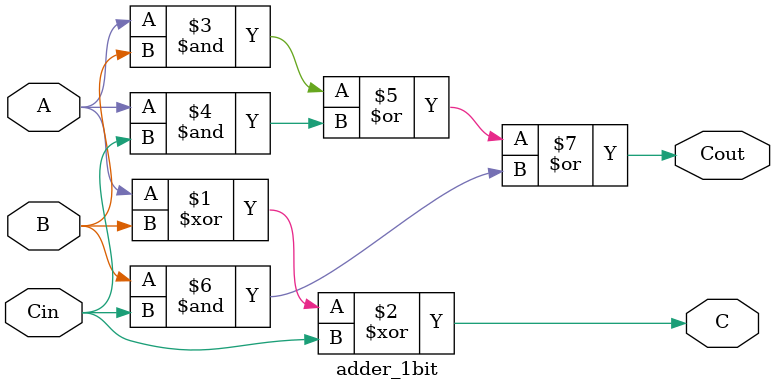
<source format=v>
`timescale 1ns / 1ps


module adder_1bit(
    Cin,A,B,C,Cout
    );
    input wire A,B,Cin;
    output wire C,Cout;
    
    assign C=A^B^Cin;
    assign Cout=(A&B)|(A&Cin)|(B&Cin);
endmodule

</source>
